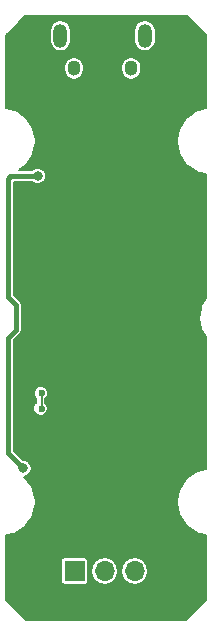
<source format=gbr>
G04 #@! TF.FileFunction,Copper,L2,Bot,Signal*
%FSLAX46Y46*%
G04 Gerber Fmt 4.6, Leading zero omitted, Abs format (unit mm)*
G04 Created by KiCad (PCBNEW 4.0.4-stable) date 03/30/17 11:33:34*
%MOMM*%
%LPD*%
G01*
G04 APERTURE LIST*
%ADD10C,0.100000*%
%ADD11R,1.700000X1.700000*%
%ADD12O,1.700000X1.700000*%
%ADD13O,1.200000X2.000000*%
%ADD14O,1.100000X1.300000*%
%ADD15C,0.800000*%
%ADD16C,0.600000*%
%ADD17C,0.400000*%
%ADD18C,0.200000*%
G04 APERTURE END LIST*
D10*
D11*
X148330000Y-101940000D03*
D12*
X150870000Y-101940000D03*
X153410000Y-101940000D03*
D13*
X154265000Y-56610000D03*
X147115000Y-56610000D03*
D14*
X153115000Y-59360000D03*
X148265000Y-59360000D03*
D15*
X146580000Y-101590000D03*
X144600000Y-99620000D03*
X155770000Y-99140000D03*
X147120000Y-92800000D03*
X157230000Y-97850000D03*
X157990000Y-69080000D03*
X145900000Y-57900000D03*
X156850000Y-62020000D03*
X156380000Y-91620000D03*
X150420000Y-65760000D03*
X150020000Y-62010000D03*
X143970000Y-93240000D03*
X145190000Y-68500000D03*
D16*
X145530000Y-86900000D03*
X145510000Y-88190000D03*
D17*
X142670000Y-91940000D02*
X143970000Y-93240000D01*
X142670000Y-91940000D02*
X142670000Y-87840000D01*
X145190000Y-68500000D02*
X142880000Y-68500000D01*
X142880000Y-68500000D02*
X142660000Y-68720000D01*
X142660000Y-68720000D02*
X142660000Y-69360000D01*
X142670000Y-87840000D02*
X142670000Y-82180000D01*
X142670000Y-82180000D02*
X143320000Y-81530000D01*
X143320000Y-81530000D02*
X143320000Y-79400000D01*
X143320000Y-79400000D02*
X142660000Y-78740000D01*
X142660000Y-78740000D02*
X142660000Y-69360000D01*
X142670000Y-87880000D02*
X142670000Y-87840000D01*
D18*
X145530000Y-88170000D02*
X145530000Y-86900000D01*
X145510000Y-88190000D02*
X145530000Y-88170000D01*
G36*
X159475000Y-56580330D02*
X159475000Y-62742245D01*
X158820132Y-62872507D01*
X158820131Y-62872507D01*
X158684952Y-62928500D01*
X157873894Y-63470432D01*
X157770432Y-63573894D01*
X157228500Y-64384952D01*
X157172507Y-64520132D01*
X156982207Y-65476836D01*
X156982205Y-65476841D01*
X156982206Y-65550000D01*
X156982205Y-65623159D01*
X156982207Y-65623164D01*
X157172507Y-66579868D01*
X157228500Y-66715048D01*
X157770432Y-67526106D01*
X157873894Y-67629568D01*
X158684952Y-68171500D01*
X158820131Y-68227493D01*
X158820132Y-68227493D01*
X159475000Y-68357755D01*
X159475000Y-78849827D01*
X159045912Y-79503443D01*
X159045909Y-79503446D01*
X159016775Y-79575432D01*
X158993438Y-79633096D01*
X158991017Y-79639077D01*
X158832270Y-80472512D01*
X158833459Y-80618824D01*
X159005736Y-81449567D01*
X159005736Y-81449568D01*
X159062827Y-81584288D01*
X159450000Y-82153657D01*
X159450000Y-93295370D01*
X158793361Y-93432823D01*
X158658748Y-93490165D01*
X158658745Y-93490168D01*
X157853109Y-94040209D01*
X157750686Y-94144700D01*
X157216865Y-94961177D01*
X157165187Y-95089555D01*
X157162226Y-95096910D01*
X156990822Y-96006039D01*
X156982205Y-96026841D01*
X156982205Y-96051740D01*
X156981492Y-96055523D01*
X156982206Y-96126896D01*
X156982206Y-96173159D01*
X156982693Y-96175606D01*
X156982955Y-96201833D01*
X156992250Y-96223653D01*
X157172507Y-97129868D01*
X157228500Y-97265048D01*
X157770432Y-98076106D01*
X157873894Y-98179568D01*
X158684952Y-98721500D01*
X158820131Y-98777493D01*
X158820132Y-98777493D01*
X159475000Y-98907755D01*
X159475000Y-104344520D01*
X159474698Y-104344972D01*
X157769670Y-106050000D01*
X144180330Y-106050000D01*
X142525000Y-104394670D01*
X142525000Y-101090000D01*
X147174123Y-101090000D01*
X147174123Y-102790000D01*
X147195042Y-102901173D01*
X147260745Y-103003279D01*
X147360997Y-103071778D01*
X147480000Y-103095877D01*
X149180000Y-103095877D01*
X149291173Y-103074958D01*
X149393279Y-103009255D01*
X149461778Y-102909003D01*
X149485877Y-102790000D01*
X149485877Y-101917470D01*
X149720000Y-101917470D01*
X149720000Y-101962530D01*
X149807539Y-102402616D01*
X150056827Y-102775703D01*
X150429914Y-103024991D01*
X150870000Y-103112530D01*
X151310086Y-103024991D01*
X151683173Y-102775703D01*
X151932461Y-102402616D01*
X152020000Y-101962530D01*
X152020000Y-101917470D01*
X152260000Y-101917470D01*
X152260000Y-101962530D01*
X152347539Y-102402616D01*
X152596827Y-102775703D01*
X152969914Y-103024991D01*
X153410000Y-103112530D01*
X153850086Y-103024991D01*
X154223173Y-102775703D01*
X154472461Y-102402616D01*
X154560000Y-101962530D01*
X154560000Y-101917470D01*
X154472461Y-101477384D01*
X154223173Y-101104297D01*
X153850086Y-100855009D01*
X153410000Y-100767470D01*
X152969914Y-100855009D01*
X152596827Y-101104297D01*
X152347539Y-101477384D01*
X152260000Y-101917470D01*
X152020000Y-101917470D01*
X151932461Y-101477384D01*
X151683173Y-101104297D01*
X151310086Y-100855009D01*
X150870000Y-100767470D01*
X150429914Y-100855009D01*
X150056827Y-101104297D01*
X149807539Y-101477384D01*
X149720000Y-101917470D01*
X149485877Y-101917470D01*
X149485877Y-101090000D01*
X149464958Y-100978827D01*
X149399255Y-100876721D01*
X149299003Y-100808222D01*
X149180000Y-100784123D01*
X147480000Y-100784123D01*
X147368827Y-100805042D01*
X147266721Y-100870745D01*
X147198222Y-100970997D01*
X147174123Y-101090000D01*
X142525000Y-101090000D01*
X142525000Y-98907754D01*
X143179868Y-98777493D01*
X143315048Y-98721500D01*
X144126106Y-98179568D01*
X144229568Y-98076106D01*
X144771500Y-97265048D01*
X144827493Y-97129869D01*
X144827493Y-97129868D01*
X145017795Y-96173159D01*
X145017795Y-96026841D01*
X144827493Y-95070132D01*
X144771500Y-94934952D01*
X144229568Y-94123894D01*
X144126106Y-94020432D01*
X144005778Y-93940031D01*
X144108628Y-93940121D01*
X144366000Y-93833777D01*
X144563085Y-93637036D01*
X144669878Y-93379850D01*
X144670121Y-93101372D01*
X144563777Y-92844000D01*
X144367036Y-92646915D01*
X144109850Y-92540122D01*
X143977113Y-92540006D01*
X143170000Y-91732894D01*
X143170000Y-88288824D01*
X144819896Y-88288824D01*
X144911048Y-88509429D01*
X145079683Y-88678359D01*
X145300129Y-88769896D01*
X145538824Y-88770104D01*
X145759429Y-88678952D01*
X145928359Y-88510317D01*
X146019896Y-88289871D01*
X146020104Y-88051176D01*
X145928952Y-87830571D01*
X145840000Y-87741463D01*
X145840000Y-87328487D01*
X145948359Y-87220317D01*
X146039896Y-86999871D01*
X146040104Y-86761176D01*
X145948952Y-86540571D01*
X145780317Y-86371641D01*
X145559871Y-86280104D01*
X145321176Y-86279896D01*
X145100571Y-86371048D01*
X144931641Y-86539683D01*
X144840104Y-86760129D01*
X144839896Y-86998824D01*
X144931048Y-87219429D01*
X145040000Y-87328572D01*
X145040000Y-87701548D01*
X144911641Y-87829683D01*
X144820104Y-88050129D01*
X144819896Y-88288824D01*
X143170000Y-88288824D01*
X143170000Y-82387106D01*
X143673554Y-81883553D01*
X143781940Y-81721342D01*
X143820000Y-81530000D01*
X143820000Y-79400000D01*
X143781940Y-79208658D01*
X143673553Y-79046447D01*
X143160000Y-78532894D01*
X143160000Y-69000000D01*
X144700041Y-69000000D01*
X144792964Y-69093085D01*
X145050150Y-69199878D01*
X145328628Y-69200121D01*
X145586000Y-69093777D01*
X145783085Y-68897036D01*
X145889878Y-68639850D01*
X145890121Y-68361372D01*
X145783777Y-68104000D01*
X145587036Y-67906915D01*
X145329850Y-67800122D01*
X145051372Y-67799879D01*
X144794000Y-67906223D01*
X144700059Y-68000000D01*
X143571716Y-68000000D01*
X144126106Y-67629568D01*
X144229568Y-67526106D01*
X144771500Y-66715048D01*
X144827493Y-66579869D01*
X144827493Y-66579868D01*
X145017795Y-65623159D01*
X145017795Y-65476841D01*
X144827493Y-64520132D01*
X144771500Y-64384952D01*
X144229568Y-63573894D01*
X144126106Y-63470432D01*
X143315048Y-62928500D01*
X143179868Y-62872507D01*
X142525000Y-62742246D01*
X142525000Y-59241388D01*
X147415000Y-59241388D01*
X147415000Y-59478612D01*
X147479702Y-59803893D01*
X147663959Y-60079653D01*
X147939719Y-60263910D01*
X148265000Y-60328612D01*
X148590281Y-60263910D01*
X148866041Y-60079653D01*
X149050298Y-59803893D01*
X149115000Y-59478612D01*
X149115000Y-59241388D01*
X152265000Y-59241388D01*
X152265000Y-59478612D01*
X152329702Y-59803893D01*
X152513959Y-60079653D01*
X152789719Y-60263910D01*
X153115000Y-60328612D01*
X153440281Y-60263910D01*
X153716041Y-60079653D01*
X153900298Y-59803893D01*
X153965000Y-59478612D01*
X153965000Y-59241388D01*
X153900298Y-58916107D01*
X153716041Y-58640347D01*
X153440281Y-58456090D01*
X153115000Y-58391388D01*
X152789719Y-58456090D01*
X152513959Y-58640347D01*
X152329702Y-58916107D01*
X152265000Y-59241388D01*
X149115000Y-59241388D01*
X149050298Y-58916107D01*
X148866041Y-58640347D01*
X148590281Y-58456090D01*
X148265000Y-58391388D01*
X147939719Y-58456090D01*
X147663959Y-58640347D01*
X147479702Y-58916107D01*
X147415000Y-59241388D01*
X142525000Y-59241388D01*
X142525000Y-56580330D01*
X142920799Y-56184531D01*
X146215000Y-56184531D01*
X146215000Y-57035469D01*
X146283508Y-57379884D01*
X146478604Y-57671865D01*
X146770585Y-57866961D01*
X147115000Y-57935469D01*
X147459415Y-57866961D01*
X147751396Y-57671865D01*
X147946492Y-57379884D01*
X148015000Y-57035469D01*
X148015000Y-56184531D01*
X153365000Y-56184531D01*
X153365000Y-57035469D01*
X153433508Y-57379884D01*
X153628604Y-57671865D01*
X153920585Y-57866961D01*
X154265000Y-57935469D01*
X154609415Y-57866961D01*
X154901396Y-57671865D01*
X155096492Y-57379884D01*
X155165000Y-57035469D01*
X155165000Y-56184531D01*
X155096492Y-55840116D01*
X154901396Y-55548135D01*
X154609415Y-55353039D01*
X154265000Y-55284531D01*
X153920585Y-55353039D01*
X153628604Y-55548135D01*
X153433508Y-55840116D01*
X153365000Y-56184531D01*
X148015000Y-56184531D01*
X147946492Y-55840116D01*
X147751396Y-55548135D01*
X147459415Y-55353039D01*
X147115000Y-55284531D01*
X146770585Y-55353039D01*
X146478604Y-55548135D01*
X146283508Y-55840116D01*
X146215000Y-56184531D01*
X142920799Y-56184531D01*
X144130330Y-54975000D01*
X157869670Y-54975000D01*
X159475000Y-56580330D01*
X159475000Y-56580330D01*
G37*
X159475000Y-56580330D02*
X159475000Y-62742245D01*
X158820132Y-62872507D01*
X158820131Y-62872507D01*
X158684952Y-62928500D01*
X157873894Y-63470432D01*
X157770432Y-63573894D01*
X157228500Y-64384952D01*
X157172507Y-64520132D01*
X156982207Y-65476836D01*
X156982205Y-65476841D01*
X156982206Y-65550000D01*
X156982205Y-65623159D01*
X156982207Y-65623164D01*
X157172507Y-66579868D01*
X157228500Y-66715048D01*
X157770432Y-67526106D01*
X157873894Y-67629568D01*
X158684952Y-68171500D01*
X158820131Y-68227493D01*
X158820132Y-68227493D01*
X159475000Y-68357755D01*
X159475000Y-78849827D01*
X159045912Y-79503443D01*
X159045909Y-79503446D01*
X159016775Y-79575432D01*
X158993438Y-79633096D01*
X158991017Y-79639077D01*
X158832270Y-80472512D01*
X158833459Y-80618824D01*
X159005736Y-81449567D01*
X159005736Y-81449568D01*
X159062827Y-81584288D01*
X159450000Y-82153657D01*
X159450000Y-93295370D01*
X158793361Y-93432823D01*
X158658748Y-93490165D01*
X158658745Y-93490168D01*
X157853109Y-94040209D01*
X157750686Y-94144700D01*
X157216865Y-94961177D01*
X157165187Y-95089555D01*
X157162226Y-95096910D01*
X156990822Y-96006039D01*
X156982205Y-96026841D01*
X156982205Y-96051740D01*
X156981492Y-96055523D01*
X156982206Y-96126896D01*
X156982206Y-96173159D01*
X156982693Y-96175606D01*
X156982955Y-96201833D01*
X156992250Y-96223653D01*
X157172507Y-97129868D01*
X157228500Y-97265048D01*
X157770432Y-98076106D01*
X157873894Y-98179568D01*
X158684952Y-98721500D01*
X158820131Y-98777493D01*
X158820132Y-98777493D01*
X159475000Y-98907755D01*
X159475000Y-104344520D01*
X159474698Y-104344972D01*
X157769670Y-106050000D01*
X144180330Y-106050000D01*
X142525000Y-104394670D01*
X142525000Y-101090000D01*
X147174123Y-101090000D01*
X147174123Y-102790000D01*
X147195042Y-102901173D01*
X147260745Y-103003279D01*
X147360997Y-103071778D01*
X147480000Y-103095877D01*
X149180000Y-103095877D01*
X149291173Y-103074958D01*
X149393279Y-103009255D01*
X149461778Y-102909003D01*
X149485877Y-102790000D01*
X149485877Y-101917470D01*
X149720000Y-101917470D01*
X149720000Y-101962530D01*
X149807539Y-102402616D01*
X150056827Y-102775703D01*
X150429914Y-103024991D01*
X150870000Y-103112530D01*
X151310086Y-103024991D01*
X151683173Y-102775703D01*
X151932461Y-102402616D01*
X152020000Y-101962530D01*
X152020000Y-101917470D01*
X152260000Y-101917470D01*
X152260000Y-101962530D01*
X152347539Y-102402616D01*
X152596827Y-102775703D01*
X152969914Y-103024991D01*
X153410000Y-103112530D01*
X153850086Y-103024991D01*
X154223173Y-102775703D01*
X154472461Y-102402616D01*
X154560000Y-101962530D01*
X154560000Y-101917470D01*
X154472461Y-101477384D01*
X154223173Y-101104297D01*
X153850086Y-100855009D01*
X153410000Y-100767470D01*
X152969914Y-100855009D01*
X152596827Y-101104297D01*
X152347539Y-101477384D01*
X152260000Y-101917470D01*
X152020000Y-101917470D01*
X151932461Y-101477384D01*
X151683173Y-101104297D01*
X151310086Y-100855009D01*
X150870000Y-100767470D01*
X150429914Y-100855009D01*
X150056827Y-101104297D01*
X149807539Y-101477384D01*
X149720000Y-101917470D01*
X149485877Y-101917470D01*
X149485877Y-101090000D01*
X149464958Y-100978827D01*
X149399255Y-100876721D01*
X149299003Y-100808222D01*
X149180000Y-100784123D01*
X147480000Y-100784123D01*
X147368827Y-100805042D01*
X147266721Y-100870745D01*
X147198222Y-100970997D01*
X147174123Y-101090000D01*
X142525000Y-101090000D01*
X142525000Y-98907754D01*
X143179868Y-98777493D01*
X143315048Y-98721500D01*
X144126106Y-98179568D01*
X144229568Y-98076106D01*
X144771500Y-97265048D01*
X144827493Y-97129869D01*
X144827493Y-97129868D01*
X145017795Y-96173159D01*
X145017795Y-96026841D01*
X144827493Y-95070132D01*
X144771500Y-94934952D01*
X144229568Y-94123894D01*
X144126106Y-94020432D01*
X144005778Y-93940031D01*
X144108628Y-93940121D01*
X144366000Y-93833777D01*
X144563085Y-93637036D01*
X144669878Y-93379850D01*
X144670121Y-93101372D01*
X144563777Y-92844000D01*
X144367036Y-92646915D01*
X144109850Y-92540122D01*
X143977113Y-92540006D01*
X143170000Y-91732894D01*
X143170000Y-88288824D01*
X144819896Y-88288824D01*
X144911048Y-88509429D01*
X145079683Y-88678359D01*
X145300129Y-88769896D01*
X145538824Y-88770104D01*
X145759429Y-88678952D01*
X145928359Y-88510317D01*
X146019896Y-88289871D01*
X146020104Y-88051176D01*
X145928952Y-87830571D01*
X145840000Y-87741463D01*
X145840000Y-87328487D01*
X145948359Y-87220317D01*
X146039896Y-86999871D01*
X146040104Y-86761176D01*
X145948952Y-86540571D01*
X145780317Y-86371641D01*
X145559871Y-86280104D01*
X145321176Y-86279896D01*
X145100571Y-86371048D01*
X144931641Y-86539683D01*
X144840104Y-86760129D01*
X144839896Y-86998824D01*
X144931048Y-87219429D01*
X145040000Y-87328572D01*
X145040000Y-87701548D01*
X144911641Y-87829683D01*
X144820104Y-88050129D01*
X144819896Y-88288824D01*
X143170000Y-88288824D01*
X143170000Y-82387106D01*
X143673554Y-81883553D01*
X143781940Y-81721342D01*
X143820000Y-81530000D01*
X143820000Y-79400000D01*
X143781940Y-79208658D01*
X143673553Y-79046447D01*
X143160000Y-78532894D01*
X143160000Y-69000000D01*
X144700041Y-69000000D01*
X144792964Y-69093085D01*
X145050150Y-69199878D01*
X145328628Y-69200121D01*
X145586000Y-69093777D01*
X145783085Y-68897036D01*
X145889878Y-68639850D01*
X145890121Y-68361372D01*
X145783777Y-68104000D01*
X145587036Y-67906915D01*
X145329850Y-67800122D01*
X145051372Y-67799879D01*
X144794000Y-67906223D01*
X144700059Y-68000000D01*
X143571716Y-68000000D01*
X144126106Y-67629568D01*
X144229568Y-67526106D01*
X144771500Y-66715048D01*
X144827493Y-66579869D01*
X144827493Y-66579868D01*
X145017795Y-65623159D01*
X145017795Y-65476841D01*
X144827493Y-64520132D01*
X144771500Y-64384952D01*
X144229568Y-63573894D01*
X144126106Y-63470432D01*
X143315048Y-62928500D01*
X143179868Y-62872507D01*
X142525000Y-62742246D01*
X142525000Y-59241388D01*
X147415000Y-59241388D01*
X147415000Y-59478612D01*
X147479702Y-59803893D01*
X147663959Y-60079653D01*
X147939719Y-60263910D01*
X148265000Y-60328612D01*
X148590281Y-60263910D01*
X148866041Y-60079653D01*
X149050298Y-59803893D01*
X149115000Y-59478612D01*
X149115000Y-59241388D01*
X152265000Y-59241388D01*
X152265000Y-59478612D01*
X152329702Y-59803893D01*
X152513959Y-60079653D01*
X152789719Y-60263910D01*
X153115000Y-60328612D01*
X153440281Y-60263910D01*
X153716041Y-60079653D01*
X153900298Y-59803893D01*
X153965000Y-59478612D01*
X153965000Y-59241388D01*
X153900298Y-58916107D01*
X153716041Y-58640347D01*
X153440281Y-58456090D01*
X153115000Y-58391388D01*
X152789719Y-58456090D01*
X152513959Y-58640347D01*
X152329702Y-58916107D01*
X152265000Y-59241388D01*
X149115000Y-59241388D01*
X149050298Y-58916107D01*
X148866041Y-58640347D01*
X148590281Y-58456090D01*
X148265000Y-58391388D01*
X147939719Y-58456090D01*
X147663959Y-58640347D01*
X147479702Y-58916107D01*
X147415000Y-59241388D01*
X142525000Y-59241388D01*
X142525000Y-56580330D01*
X142920799Y-56184531D01*
X146215000Y-56184531D01*
X146215000Y-57035469D01*
X146283508Y-57379884D01*
X146478604Y-57671865D01*
X146770585Y-57866961D01*
X147115000Y-57935469D01*
X147459415Y-57866961D01*
X147751396Y-57671865D01*
X147946492Y-57379884D01*
X148015000Y-57035469D01*
X148015000Y-56184531D01*
X153365000Y-56184531D01*
X153365000Y-57035469D01*
X153433508Y-57379884D01*
X153628604Y-57671865D01*
X153920585Y-57866961D01*
X154265000Y-57935469D01*
X154609415Y-57866961D01*
X154901396Y-57671865D01*
X155096492Y-57379884D01*
X155165000Y-57035469D01*
X155165000Y-56184531D01*
X155096492Y-55840116D01*
X154901396Y-55548135D01*
X154609415Y-55353039D01*
X154265000Y-55284531D01*
X153920585Y-55353039D01*
X153628604Y-55548135D01*
X153433508Y-55840116D01*
X153365000Y-56184531D01*
X148015000Y-56184531D01*
X147946492Y-55840116D01*
X147751396Y-55548135D01*
X147459415Y-55353039D01*
X147115000Y-55284531D01*
X146770585Y-55353039D01*
X146478604Y-55548135D01*
X146283508Y-55840116D01*
X146215000Y-56184531D01*
X142920799Y-56184531D01*
X144130330Y-54975000D01*
X157869670Y-54975000D01*
X159475000Y-56580330D01*
M02*

</source>
